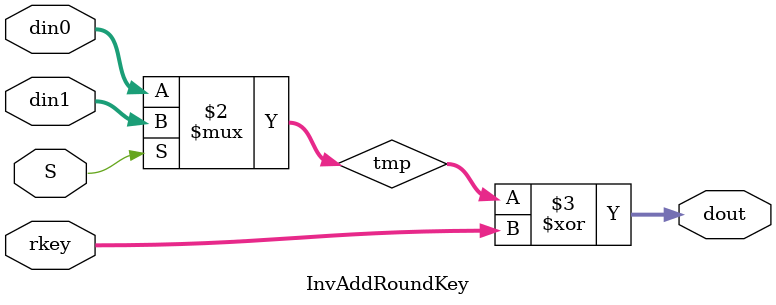
<source format=sv>
`timescale 1ns/1ps

module InvAddRoundKey(
	input	[0:127]	din0,
	input	[0:127] din1,
	input	[0:127]	rkey,
	input	S,
	output	[0:127]	dout);
	
	logic	[0:127]	tmp;
	
	always_comb
		tmp <= S? din1 : din0;
		
	assign dout = tmp ^ rkey;
endmodule
</source>
